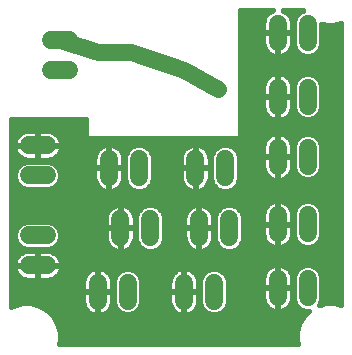
<source format=gbl>
G75*
%MOIN*%
%OFA0B0*%
%FSLAX24Y24*%
%IPPOS*%
%LPD*%
%AMOC8*
5,1,8,0,0,1.08239X$1,22.5*
%
%ADD10C,0.0600*%
%ADD11C,0.0160*%
%ADD12R,0.0396X0.0396*%
%ADD13C,0.0560*%
D10*
X001175Y003475D02*
X001775Y003475D01*
X001775Y004475D02*
X001175Y004475D01*
X001175Y006475D02*
X001775Y006475D01*
X001775Y007475D02*
X001175Y007475D01*
X001925Y009975D02*
X002525Y009975D01*
X002525Y010975D02*
X001925Y010975D01*
X003850Y007025D02*
X003850Y006425D01*
X004850Y006425D02*
X004850Y007025D01*
X006725Y007025D02*
X006725Y006425D01*
X007725Y006425D02*
X007725Y007025D01*
X009475Y006800D02*
X009475Y007400D01*
X010475Y007400D02*
X010475Y006800D01*
X010475Y005150D02*
X010475Y004550D01*
X009475Y004550D02*
X009475Y005150D01*
X007850Y005025D02*
X007850Y004425D01*
X006850Y004425D02*
X006850Y005025D01*
X005225Y005025D02*
X005225Y004425D01*
X004225Y004425D02*
X004225Y005025D01*
X004475Y002900D02*
X004475Y002300D01*
X003475Y002300D02*
X003475Y002900D01*
X006350Y002900D02*
X006350Y002300D01*
X007350Y002300D02*
X007350Y002900D01*
X009475Y003025D02*
X009475Y002425D01*
X010475Y002425D02*
X010475Y003025D01*
X010475Y008800D02*
X010475Y009400D01*
X009475Y009400D02*
X009475Y008800D01*
X009475Y010925D02*
X009475Y011525D01*
X010475Y011525D02*
X010475Y010925D01*
D11*
X001778Y001984D02*
X001527Y002130D01*
X001245Y002205D01*
X000955Y002205D01*
X000673Y002130D01*
X000580Y002076D01*
X000580Y007150D01*
X000600Y008350D01*
X003100Y008350D01*
X003100Y007725D01*
X008225Y007725D01*
X008225Y011975D01*
X009307Y011975D01*
X009291Y011970D01*
X009223Y011936D01*
X009162Y011891D01*
X009109Y011838D01*
X009064Y011777D01*
X009030Y011709D01*
X009007Y011637D01*
X008995Y011563D01*
X008995Y011245D01*
X009455Y011245D01*
X009455Y011205D01*
X008995Y011205D01*
X008995Y010887D01*
X009007Y010813D01*
X009030Y010741D01*
X009064Y010673D01*
X009109Y010612D01*
X009162Y010559D01*
X009223Y010514D01*
X009291Y010480D01*
X009363Y010457D01*
X009437Y010445D01*
X009455Y010445D01*
X009455Y011205D01*
X009495Y011205D01*
X009495Y011245D01*
X009955Y011245D01*
X009955Y011563D01*
X009943Y011637D01*
X009920Y011709D01*
X009886Y011777D01*
X009841Y011838D01*
X009788Y011891D01*
X009727Y011936D01*
X009659Y011970D01*
X009643Y011975D01*
X010310Y011975D01*
X010319Y011958D01*
X010214Y011915D01*
X010085Y011786D01*
X010015Y011616D01*
X010015Y010833D01*
X010085Y010664D01*
X010214Y010535D01*
X010383Y010465D01*
X010566Y010465D01*
X010736Y010535D01*
X010865Y010664D01*
X010935Y010833D01*
X010935Y011534D01*
X011080Y011495D01*
X011370Y011495D01*
X011600Y011557D01*
X011600Y002143D01*
X011370Y002205D01*
X011080Y002205D01*
X010842Y002141D01*
X010865Y002164D01*
X010935Y002333D01*
X010935Y003116D01*
X010865Y003286D01*
X010736Y003415D01*
X010566Y003485D01*
X010383Y003485D01*
X010214Y003415D01*
X010085Y003286D01*
X010015Y003116D01*
X010015Y002333D01*
X010085Y002164D01*
X010214Y002035D01*
X010383Y001965D01*
X010527Y001965D01*
X010341Y001778D01*
X010195Y001527D01*
X010120Y001245D01*
X010120Y000955D01*
X010148Y000850D01*
X002177Y000850D01*
X002205Y000955D01*
X002205Y001245D01*
X002130Y001527D01*
X001984Y001778D01*
X001778Y001984D01*
X001748Y002002D02*
X003098Y002002D01*
X003109Y001987D02*
X003162Y001934D01*
X003223Y001889D01*
X003291Y001855D01*
X003363Y001832D01*
X003437Y001820D01*
X003455Y001820D01*
X003455Y002580D01*
X002995Y002580D01*
X002995Y002262D01*
X003007Y002188D01*
X003030Y002116D01*
X003064Y002048D01*
X003109Y001987D01*
X003016Y002161D02*
X001412Y002161D01*
X001919Y001844D02*
X003327Y001844D01*
X003455Y001844D02*
X003495Y001844D01*
X003495Y001820D02*
X003513Y001820D01*
X003587Y001832D01*
X003659Y001855D01*
X003727Y001889D01*
X003788Y001934D01*
X003841Y001987D01*
X003886Y002048D01*
X003920Y002116D01*
X003943Y002188D01*
X003955Y002262D01*
X003955Y002580D01*
X003495Y002580D01*
X003495Y002620D01*
X003455Y002620D01*
X003455Y003380D01*
X003437Y003380D01*
X003363Y003368D01*
X003291Y003345D01*
X003223Y003311D01*
X003162Y003266D01*
X003109Y003213D01*
X003064Y003152D01*
X003030Y003084D01*
X003007Y003012D01*
X002995Y002938D01*
X002995Y002620D01*
X003455Y002620D01*
X003455Y002580D01*
X003495Y002580D01*
X003495Y001820D01*
X003623Y001844D02*
X004375Y001844D01*
X004383Y001840D02*
X004566Y001840D01*
X004736Y001910D01*
X004865Y002039D01*
X004935Y002208D01*
X004935Y002991D01*
X004865Y003161D01*
X004736Y003290D01*
X004566Y003360D01*
X004383Y003360D01*
X004214Y003290D01*
X004085Y003161D01*
X004015Y002991D01*
X004015Y002208D01*
X004085Y002039D01*
X004214Y001910D01*
X004383Y001840D01*
X004575Y001844D02*
X006202Y001844D01*
X006238Y001832D02*
X006312Y001820D01*
X006330Y001820D01*
X006330Y002580D01*
X005870Y002580D01*
X005870Y002262D01*
X005882Y002188D01*
X005905Y002116D01*
X005939Y002048D01*
X005984Y001987D01*
X006037Y001934D01*
X006098Y001889D01*
X006166Y001855D01*
X006238Y001832D01*
X006330Y001844D02*
X006370Y001844D01*
X006370Y001820D02*
X006388Y001820D01*
X006462Y001832D01*
X006534Y001855D01*
X006602Y001889D01*
X006663Y001934D01*
X006716Y001987D01*
X006761Y002048D01*
X006795Y002116D01*
X006818Y002188D01*
X006830Y002262D01*
X006830Y002580D01*
X006370Y002580D01*
X006370Y002620D01*
X006330Y002620D01*
X006330Y003380D01*
X006312Y003380D01*
X006238Y003368D01*
X006166Y003345D01*
X006098Y003311D01*
X006037Y003266D01*
X005984Y003213D01*
X005939Y003152D01*
X005905Y003084D01*
X005882Y003012D01*
X005870Y002938D01*
X005870Y002620D01*
X006330Y002620D01*
X006330Y002580D01*
X006370Y002580D01*
X006370Y001820D01*
X006498Y001844D02*
X007250Y001844D01*
X007258Y001840D02*
X007441Y001840D01*
X007611Y001910D01*
X007740Y002039D01*
X007810Y002208D01*
X007810Y002991D01*
X007740Y003161D01*
X007611Y003290D01*
X007441Y003360D01*
X007258Y003360D01*
X007089Y003290D01*
X006960Y003161D01*
X006890Y002991D01*
X006890Y002208D01*
X006960Y002039D01*
X007089Y001910D01*
X007258Y001840D01*
X007450Y001844D02*
X010406Y001844D01*
X010294Y002002D02*
X009702Y002002D01*
X009727Y002014D02*
X009788Y002059D01*
X009841Y002112D01*
X009886Y002173D01*
X009920Y002241D01*
X009943Y002313D01*
X009955Y002387D01*
X009955Y002705D01*
X009495Y002705D01*
X009495Y002745D01*
X009455Y002745D01*
X009455Y003505D01*
X009437Y003505D01*
X009363Y003493D01*
X009291Y003470D01*
X009223Y003436D01*
X009162Y003391D01*
X009109Y003338D01*
X009064Y003277D01*
X009030Y003209D01*
X009007Y003137D01*
X008995Y003063D01*
X008995Y002745D01*
X009455Y002745D01*
X009455Y002705D01*
X008995Y002705D01*
X008995Y002387D01*
X009007Y002313D01*
X009030Y002241D01*
X009064Y002173D01*
X009109Y002112D01*
X009162Y002059D01*
X009223Y002014D01*
X009291Y001980D01*
X009363Y001957D01*
X009437Y001945D01*
X009455Y001945D01*
X009455Y002705D01*
X009495Y002705D01*
X009495Y001945D01*
X009513Y001945D01*
X009587Y001957D01*
X009659Y001980D01*
X009727Y002014D01*
X009495Y002002D02*
X009455Y002002D01*
X009455Y002161D02*
X009495Y002161D01*
X009495Y002319D02*
X009455Y002319D01*
X009455Y002478D02*
X009495Y002478D01*
X009495Y002636D02*
X009455Y002636D01*
X009495Y002745D02*
X009955Y002745D01*
X009955Y003063D01*
X009943Y003137D01*
X009920Y003209D01*
X009886Y003277D01*
X009841Y003338D01*
X009788Y003391D01*
X009727Y003436D01*
X009659Y003470D01*
X009587Y003493D01*
X009513Y003505D01*
X009495Y003505D01*
X009495Y002745D01*
X009495Y002795D02*
X009455Y002795D01*
X009455Y002953D02*
X009495Y002953D01*
X009495Y003112D02*
X009455Y003112D01*
X009455Y003270D02*
X009495Y003270D01*
X009495Y003429D02*
X009455Y003429D01*
X009214Y003429D02*
X002254Y003429D01*
X002255Y003437D02*
X002243Y003363D01*
X002220Y003291D01*
X002186Y003223D01*
X002141Y003162D01*
X002088Y003109D01*
X002027Y003064D01*
X001959Y003030D01*
X001887Y003007D01*
X001813Y002995D01*
X001495Y002995D01*
X001495Y003455D01*
X001495Y003495D01*
X001455Y003495D01*
X001455Y003955D01*
X001137Y003955D01*
X001063Y003943D01*
X000991Y003920D01*
X000923Y003886D01*
X000862Y003841D01*
X000809Y003788D01*
X000764Y003727D01*
X000730Y003659D01*
X000707Y003587D01*
X000580Y003587D01*
X000707Y003587D02*
X000695Y003513D01*
X000695Y003495D01*
X001455Y003495D01*
X001455Y003455D01*
X001495Y003455D01*
X002255Y003455D01*
X002255Y003437D01*
X002255Y003495D02*
X002255Y003513D01*
X002243Y003587D01*
X011600Y003587D01*
X011600Y003429D02*
X010703Y003429D01*
X010871Y003270D02*
X011600Y003270D01*
X011600Y003112D02*
X010935Y003112D01*
X010935Y002953D02*
X011600Y002953D01*
X011600Y002795D02*
X010935Y002795D01*
X010935Y002636D02*
X011600Y002636D01*
X011600Y002478D02*
X010935Y002478D01*
X010929Y002319D02*
X011600Y002319D01*
X011600Y002161D02*
X011537Y002161D01*
X010913Y002161D02*
X010861Y002161D01*
X010287Y001685D02*
X002038Y001685D01*
X002130Y001527D02*
X010195Y001527D01*
X010153Y001368D02*
X002172Y001368D01*
X002205Y001210D02*
X010120Y001210D01*
X010120Y001051D02*
X002205Y001051D01*
X002188Y000893D02*
X010137Y000893D01*
X009248Y002002D02*
X007703Y002002D01*
X007790Y002161D02*
X009074Y002161D01*
X009006Y002319D02*
X007810Y002319D01*
X007810Y002478D02*
X008995Y002478D01*
X008995Y002636D02*
X007810Y002636D01*
X007810Y002795D02*
X008995Y002795D01*
X008995Y002953D02*
X007810Y002953D01*
X007760Y003112D02*
X009003Y003112D01*
X009061Y003270D02*
X007631Y003270D01*
X007069Y003270D02*
X006657Y003270D01*
X006663Y003266D02*
X006602Y003311D01*
X006534Y003345D01*
X006462Y003368D01*
X006388Y003380D01*
X006370Y003380D01*
X006370Y002620D01*
X006830Y002620D01*
X006830Y002938D01*
X006818Y003012D01*
X006795Y003084D01*
X006761Y003152D01*
X006716Y003213D01*
X006663Y003266D01*
X006781Y003112D02*
X006940Y003112D01*
X006890Y002953D02*
X006828Y002953D01*
X006830Y002795D02*
X006890Y002795D01*
X006890Y002636D02*
X006830Y002636D01*
X006830Y002478D02*
X006890Y002478D01*
X006890Y002319D02*
X006830Y002319D01*
X006809Y002161D02*
X006910Y002161D01*
X006997Y002002D02*
X006727Y002002D01*
X006370Y002002D02*
X006330Y002002D01*
X006330Y002161D02*
X006370Y002161D01*
X006370Y002319D02*
X006330Y002319D01*
X006330Y002478D02*
X006370Y002478D01*
X006370Y002636D02*
X006330Y002636D01*
X006330Y002795D02*
X006370Y002795D01*
X006370Y002953D02*
X006330Y002953D01*
X006330Y003112D02*
X006370Y003112D01*
X006370Y003270D02*
X006330Y003270D01*
X006043Y003270D02*
X004756Y003270D01*
X004885Y003112D02*
X005919Y003112D01*
X005872Y002953D02*
X004935Y002953D01*
X004935Y002795D02*
X005870Y002795D01*
X005870Y002636D02*
X004935Y002636D01*
X004935Y002478D02*
X005870Y002478D01*
X005870Y002319D02*
X004935Y002319D01*
X004915Y002161D02*
X005891Y002161D01*
X005973Y002002D02*
X004828Y002002D01*
X004122Y002002D02*
X003852Y002002D01*
X003934Y002161D02*
X004035Y002161D01*
X004015Y002319D02*
X003955Y002319D01*
X003955Y002478D02*
X004015Y002478D01*
X003955Y002620D02*
X003955Y002938D01*
X003943Y003012D01*
X003920Y003084D01*
X003886Y003152D01*
X003841Y003213D01*
X003788Y003266D01*
X003727Y003311D01*
X003659Y003345D01*
X003587Y003368D01*
X003513Y003380D01*
X003495Y003380D01*
X003495Y002620D01*
X003955Y002620D01*
X003955Y002636D02*
X004015Y002636D01*
X004015Y002795D02*
X003955Y002795D01*
X003953Y002953D02*
X004015Y002953D01*
X004065Y003112D02*
X003906Y003112D01*
X003782Y003270D02*
X004194Y003270D01*
X004187Y003945D02*
X004113Y003957D01*
X004041Y003980D01*
X003973Y004014D01*
X003912Y004059D01*
X003859Y004112D01*
X003814Y004173D01*
X003780Y004241D01*
X003757Y004313D01*
X003745Y004387D01*
X003745Y004705D01*
X004205Y004705D01*
X004205Y004745D01*
X004205Y005505D01*
X004187Y005505D01*
X004113Y005493D01*
X004041Y005470D01*
X003973Y005436D01*
X003912Y005391D01*
X003859Y005338D01*
X003814Y005277D01*
X003780Y005209D01*
X003757Y005137D01*
X003745Y005063D01*
X003745Y004745D01*
X004205Y004745D01*
X004245Y004745D01*
X004245Y005505D01*
X004263Y005505D01*
X004337Y005493D01*
X004409Y005470D01*
X004477Y005436D01*
X004538Y005391D01*
X004591Y005338D01*
X004636Y005277D01*
X004670Y005209D01*
X004693Y005137D01*
X004705Y005063D01*
X004705Y004745D01*
X004245Y004745D01*
X004245Y004705D01*
X004705Y004705D01*
X004705Y004387D01*
X004693Y004313D01*
X004670Y004241D01*
X004636Y004173D01*
X004591Y004112D01*
X004538Y004059D01*
X004477Y004014D01*
X004409Y003980D01*
X004337Y003957D01*
X004263Y003945D01*
X004245Y003945D01*
X004245Y004705D01*
X004205Y004705D01*
X004205Y003945D01*
X004187Y003945D01*
X004205Y004063D02*
X004245Y004063D01*
X004245Y004221D02*
X004205Y004221D01*
X004205Y004380D02*
X004245Y004380D01*
X004245Y004538D02*
X004205Y004538D01*
X004205Y004697D02*
X004245Y004697D01*
X004245Y004855D02*
X004205Y004855D01*
X004205Y005014D02*
X004245Y005014D01*
X004245Y005172D02*
X004205Y005172D01*
X004205Y005331D02*
X004245Y005331D01*
X004245Y005489D02*
X004205Y005489D01*
X004100Y005489D02*
X000580Y005489D01*
X000580Y005648D02*
X011600Y005648D01*
X011600Y005806D02*
X000580Y005806D01*
X000580Y005965D02*
X003714Y005965D01*
X003738Y005957D02*
X003812Y005945D01*
X003830Y005945D01*
X003830Y006705D01*
X003370Y006705D01*
X003370Y006387D01*
X003382Y006313D01*
X003405Y006241D01*
X003439Y006173D01*
X003484Y006112D01*
X003537Y006059D01*
X003598Y006014D01*
X003666Y005980D01*
X003738Y005957D01*
X003830Y005965D02*
X003870Y005965D01*
X003870Y005945D02*
X003888Y005945D01*
X003962Y005957D01*
X004034Y005980D01*
X004102Y006014D01*
X004163Y006059D01*
X004216Y006112D01*
X004261Y006173D01*
X004295Y006241D01*
X004318Y006313D01*
X004330Y006387D01*
X004330Y006705D01*
X003870Y006705D01*
X003870Y006745D01*
X003830Y006745D01*
X003830Y007505D01*
X003812Y007505D01*
X003738Y007493D01*
X003666Y007470D01*
X003598Y007436D01*
X003537Y007391D01*
X002248Y007391D01*
X002243Y007363D02*
X002255Y007437D01*
X002255Y007455D01*
X001495Y007455D01*
X001495Y007495D01*
X001455Y007495D01*
X001455Y007955D01*
X001137Y007955D01*
X001063Y007943D01*
X000991Y007920D01*
X000923Y007886D01*
X000862Y007841D01*
X000809Y007788D01*
X000764Y007727D01*
X000730Y007659D01*
X000707Y007587D01*
X000695Y007513D01*
X000695Y007495D01*
X001455Y007495D01*
X001455Y007455D01*
X001495Y007455D01*
X001495Y006995D01*
X001813Y006995D01*
X001887Y007007D01*
X001959Y007030D01*
X002027Y007064D01*
X002088Y007109D01*
X002141Y007162D01*
X002186Y007223D01*
X002220Y007291D01*
X002243Y007363D01*
X002255Y007495D02*
X002255Y007513D01*
X002243Y007587D01*
X002220Y007659D01*
X002186Y007727D01*
X002141Y007788D01*
X002088Y007841D01*
X002027Y007886D01*
X001959Y007920D01*
X001887Y007943D01*
X001813Y007955D01*
X001495Y007955D01*
X001495Y007495D01*
X002255Y007495D01*
X002249Y007550D02*
X009019Y007550D01*
X009030Y007584D02*
X009007Y007512D01*
X008995Y007438D01*
X008995Y007120D01*
X009455Y007120D01*
X009455Y007880D01*
X009437Y007880D01*
X009363Y007868D01*
X009291Y007845D01*
X009223Y007811D01*
X009162Y007766D01*
X009109Y007713D01*
X009064Y007652D01*
X009030Y007584D01*
X009105Y007708D02*
X002195Y007708D01*
X002053Y007867D02*
X003100Y007867D01*
X003100Y008025D02*
X000595Y008025D01*
X000592Y007867D02*
X000897Y007867D01*
X000755Y007708D02*
X000589Y007708D01*
X000587Y007550D02*
X000701Y007550D01*
X000695Y007455D02*
X000695Y007437D01*
X000707Y007363D01*
X000730Y007291D01*
X000764Y007223D01*
X000809Y007162D01*
X000862Y007109D01*
X000923Y007064D01*
X000991Y007030D01*
X001063Y007007D01*
X001137Y006995D01*
X001455Y006995D01*
X001455Y007455D01*
X000695Y007455D01*
X000702Y007391D02*
X000584Y007391D01*
X000581Y007233D02*
X000760Y007233D01*
X000910Y007074D02*
X000580Y007074D01*
X000580Y006916D02*
X001036Y006916D01*
X001083Y006935D02*
X000914Y006865D01*
X000785Y006736D01*
X000715Y006566D01*
X000715Y006383D01*
X000785Y006214D01*
X000914Y006085D01*
X001083Y006015D01*
X001866Y006015D01*
X002036Y006085D01*
X002165Y006214D01*
X002235Y006383D01*
X002235Y006566D01*
X002165Y006736D01*
X002036Y006865D01*
X001866Y006935D01*
X001083Y006935D01*
X000806Y006757D02*
X000580Y006757D01*
X000580Y006599D02*
X000728Y006599D01*
X000715Y006440D02*
X000580Y006440D01*
X000580Y006282D02*
X000757Y006282D01*
X000876Y006123D02*
X000580Y006123D01*
X000580Y005331D02*
X003854Y005331D01*
X003768Y005172D02*
X000580Y005172D01*
X000580Y005014D02*
X003745Y005014D01*
X003745Y004855D02*
X002046Y004855D01*
X002036Y004865D02*
X001866Y004935D01*
X001083Y004935D01*
X000914Y004865D01*
X000785Y004736D01*
X000715Y004566D01*
X000715Y004383D01*
X000785Y004214D01*
X000914Y004085D01*
X001083Y004015D01*
X001866Y004015D01*
X002036Y004085D01*
X002165Y004214D01*
X002235Y004383D01*
X002235Y004566D01*
X002165Y004736D01*
X002036Y004865D01*
X002181Y004697D02*
X003745Y004697D01*
X003745Y004538D02*
X002235Y004538D01*
X002233Y004380D02*
X003746Y004380D01*
X003790Y004221D02*
X002168Y004221D01*
X001981Y004063D02*
X003909Y004063D01*
X004541Y004063D02*
X004937Y004063D01*
X004964Y004035D02*
X005133Y003965D01*
X005316Y003965D01*
X005486Y004035D01*
X005615Y004164D01*
X005685Y004333D01*
X005685Y005116D01*
X005615Y005286D01*
X005486Y005415D01*
X005316Y005485D01*
X005133Y005485D01*
X004964Y005415D01*
X004835Y005286D01*
X004765Y005116D01*
X004765Y004333D01*
X004835Y004164D01*
X004964Y004035D01*
X004812Y004221D02*
X004660Y004221D01*
X004704Y004380D02*
X004765Y004380D01*
X004765Y004538D02*
X004705Y004538D01*
X004705Y004697D02*
X004765Y004697D01*
X004765Y004855D02*
X004705Y004855D01*
X004705Y005014D02*
X004765Y005014D01*
X004788Y005172D02*
X004682Y005172D01*
X004596Y005331D02*
X004880Y005331D01*
X004350Y005489D02*
X006725Y005489D01*
X006738Y005493D02*
X006666Y005470D01*
X006598Y005436D01*
X006537Y005391D01*
X006484Y005338D01*
X006439Y005277D01*
X006405Y005209D01*
X006382Y005137D01*
X006370Y005063D01*
X006370Y004745D01*
X006830Y004745D01*
X006830Y005505D01*
X006812Y005505D01*
X006738Y005493D01*
X006830Y005489D02*
X006870Y005489D01*
X006870Y005505D02*
X006870Y004745D01*
X006830Y004745D01*
X006830Y004705D01*
X006370Y004705D01*
X006370Y004387D01*
X006382Y004313D01*
X006405Y004241D01*
X006439Y004173D01*
X006484Y004112D01*
X006537Y004059D01*
X006598Y004014D01*
X006666Y003980D01*
X006738Y003957D01*
X006812Y003945D01*
X006830Y003945D01*
X006830Y004705D01*
X006870Y004705D01*
X006870Y004745D01*
X007330Y004745D01*
X007330Y005063D01*
X007318Y005137D01*
X007295Y005209D01*
X007261Y005277D01*
X007216Y005338D01*
X007163Y005391D01*
X007102Y005436D01*
X007034Y005470D01*
X006962Y005493D01*
X006888Y005505D01*
X006870Y005505D01*
X006975Y005489D02*
X009135Y005489D01*
X009109Y005463D02*
X009162Y005516D01*
X009223Y005561D01*
X009291Y005595D01*
X009363Y005618D01*
X009437Y005630D01*
X009455Y005630D01*
X009455Y004870D01*
X009495Y004870D01*
X009495Y005630D01*
X009513Y005630D01*
X009587Y005618D01*
X009659Y005595D01*
X009727Y005561D01*
X009788Y005516D01*
X009841Y005463D01*
X009886Y005402D01*
X009920Y005334D01*
X009943Y005262D01*
X009955Y005188D01*
X009955Y004870D01*
X009495Y004870D01*
X009495Y004830D01*
X009955Y004830D01*
X009955Y004512D01*
X009943Y004438D01*
X009920Y004366D01*
X009886Y004298D01*
X009841Y004237D01*
X009788Y004184D01*
X009727Y004139D01*
X009659Y004105D01*
X009587Y004082D01*
X009513Y004070D01*
X009495Y004070D01*
X009495Y004830D01*
X009455Y004830D01*
X008995Y004830D01*
X008995Y004512D01*
X009007Y004438D01*
X009030Y004366D01*
X009064Y004298D01*
X009109Y004237D01*
X009162Y004184D01*
X009223Y004139D01*
X009291Y004105D01*
X009363Y004082D01*
X009437Y004070D01*
X009455Y004070D01*
X009455Y004830D01*
X009455Y004870D01*
X008995Y004870D01*
X008995Y005188D01*
X009007Y005262D01*
X009030Y005334D01*
X009064Y005402D01*
X009109Y005463D01*
X009029Y005331D02*
X008195Y005331D01*
X008240Y005286D02*
X008111Y005415D01*
X007941Y005485D01*
X007758Y005485D01*
X007589Y005415D01*
X007460Y005286D01*
X007390Y005116D01*
X007390Y004333D01*
X007460Y004164D01*
X007589Y004035D01*
X007758Y003965D01*
X007941Y003965D01*
X008111Y004035D01*
X008240Y004164D01*
X008310Y004333D01*
X008310Y005116D01*
X008240Y005286D01*
X008287Y005172D02*
X008995Y005172D01*
X008995Y005014D02*
X008310Y005014D01*
X008310Y004855D02*
X009455Y004855D01*
X009495Y004855D02*
X010015Y004855D01*
X010015Y004697D02*
X009955Y004697D01*
X009955Y004538D02*
X010015Y004538D01*
X010015Y004458D02*
X010085Y004289D01*
X010214Y004160D01*
X010383Y004090D01*
X010566Y004090D01*
X010736Y004160D01*
X010865Y004289D01*
X010935Y004458D01*
X010935Y005241D01*
X010865Y005411D01*
X010736Y005540D01*
X010566Y005610D01*
X010383Y005610D01*
X010214Y005540D01*
X010085Y005411D01*
X010015Y005241D01*
X010015Y004458D01*
X010048Y004380D02*
X009924Y004380D01*
X009825Y004221D02*
X010153Y004221D01*
X010797Y004221D02*
X011600Y004221D01*
X011600Y004063D02*
X008138Y004063D01*
X008263Y004221D02*
X009125Y004221D01*
X009026Y004380D02*
X008310Y004380D01*
X008310Y004538D02*
X008995Y004538D01*
X008995Y004697D02*
X008310Y004697D01*
X007562Y004063D02*
X007166Y004063D01*
X007163Y004059D02*
X007216Y004112D01*
X007261Y004173D01*
X007295Y004241D01*
X007318Y004313D01*
X007330Y004387D01*
X007330Y004705D01*
X006870Y004705D01*
X006870Y003945D01*
X006888Y003945D01*
X006962Y003957D01*
X007034Y003980D01*
X007102Y004014D01*
X007163Y004059D01*
X007285Y004221D02*
X007437Y004221D01*
X007390Y004380D02*
X007329Y004380D01*
X007330Y004538D02*
X007390Y004538D01*
X007390Y004697D02*
X007330Y004697D01*
X007330Y004855D02*
X007390Y004855D01*
X007390Y005014D02*
X007330Y005014D01*
X007307Y005172D02*
X007413Y005172D01*
X007505Y005331D02*
X007221Y005331D01*
X006870Y005331D02*
X006830Y005331D01*
X006830Y005172D02*
X006870Y005172D01*
X006870Y005014D02*
X006830Y005014D01*
X006830Y004855D02*
X006870Y004855D01*
X006870Y004697D02*
X006830Y004697D01*
X006830Y004538D02*
X006870Y004538D01*
X006870Y004380D02*
X006830Y004380D01*
X006830Y004221D02*
X006870Y004221D01*
X006870Y004063D02*
X006830Y004063D01*
X006534Y004063D02*
X005513Y004063D01*
X005638Y004221D02*
X006415Y004221D01*
X006371Y004380D02*
X005685Y004380D01*
X005685Y004538D02*
X006370Y004538D01*
X006370Y004697D02*
X005685Y004697D01*
X005685Y004855D02*
X006370Y004855D01*
X006370Y005014D02*
X005685Y005014D01*
X005662Y005172D02*
X006393Y005172D01*
X006479Y005331D02*
X005570Y005331D01*
X005111Y006035D02*
X004941Y005965D01*
X004758Y005965D01*
X004589Y006035D01*
X004460Y006164D01*
X004390Y006333D01*
X004390Y007116D01*
X004460Y007286D01*
X004589Y007415D01*
X004758Y007485D01*
X004941Y007485D01*
X005111Y007415D01*
X005240Y007286D01*
X005310Y007116D01*
X005310Y006333D01*
X005240Y006164D01*
X005111Y006035D01*
X005199Y006123D02*
X006351Y006123D01*
X006359Y006112D02*
X006412Y006059D01*
X006473Y006014D01*
X006541Y005980D01*
X006613Y005957D01*
X006687Y005945D01*
X006705Y005945D01*
X006705Y006705D01*
X006245Y006705D01*
X006245Y006387D01*
X006257Y006313D01*
X006280Y006241D01*
X006314Y006173D01*
X006359Y006112D01*
X006267Y006282D02*
X005288Y006282D01*
X005310Y006440D02*
X006245Y006440D01*
X006245Y006599D02*
X005310Y006599D01*
X005310Y006757D02*
X006245Y006757D01*
X006245Y006745D02*
X006705Y006745D01*
X006705Y007505D01*
X006687Y007505D01*
X006613Y007493D01*
X006541Y007470D01*
X006473Y007436D01*
X006412Y007391D01*
X005135Y007391D01*
X005262Y007233D02*
X006292Y007233D01*
X006280Y007209D02*
X006314Y007277D01*
X006359Y007338D01*
X006412Y007391D01*
X006280Y007209D02*
X006257Y007137D01*
X006245Y007063D01*
X006245Y006745D01*
X006245Y006916D02*
X005310Y006916D01*
X005310Y007074D02*
X006247Y007074D01*
X006705Y007074D02*
X006745Y007074D01*
X006745Y006916D02*
X006705Y006916D01*
X006705Y006757D02*
X006745Y006757D01*
X006745Y006745D02*
X006705Y006745D01*
X006705Y006705D01*
X006745Y006705D01*
X006745Y006745D01*
X006745Y007505D01*
X006763Y007505D01*
X006837Y007493D01*
X006909Y007470D01*
X006977Y007436D01*
X007038Y007391D01*
X007440Y007391D01*
X007464Y007415D02*
X007335Y007286D01*
X007265Y007116D01*
X007265Y006333D01*
X007335Y006164D01*
X007464Y006035D01*
X007633Y005965D01*
X007816Y005965D01*
X007986Y006035D01*
X008115Y006164D01*
X008185Y006333D01*
X008185Y007116D01*
X008115Y007286D01*
X007986Y007415D01*
X007816Y007485D01*
X007633Y007485D01*
X007464Y007415D01*
X007313Y007233D02*
X007158Y007233D01*
X007170Y007209D02*
X007136Y007277D01*
X007091Y007338D01*
X007038Y007391D01*
X007170Y007209D02*
X007193Y007137D01*
X007205Y007063D01*
X007205Y006745D01*
X006745Y006745D01*
X006745Y006705D02*
X007205Y006705D01*
X007205Y006387D01*
X007193Y006313D01*
X007170Y006241D01*
X007136Y006173D01*
X007091Y006112D01*
X007038Y006059D01*
X006977Y006014D01*
X006909Y005980D01*
X006837Y005957D01*
X006763Y005945D01*
X006745Y005945D01*
X006745Y006705D01*
X006745Y006599D02*
X006705Y006599D01*
X006705Y006440D02*
X006745Y006440D01*
X006745Y006282D02*
X006705Y006282D01*
X006705Y006123D02*
X006745Y006123D01*
X006745Y005965D02*
X006705Y005965D01*
X006589Y005965D02*
X003986Y005965D01*
X003870Y005945D02*
X003870Y006705D01*
X003830Y006705D01*
X003830Y006745D01*
X003370Y006745D01*
X003370Y007063D01*
X003382Y007137D01*
X003405Y007209D01*
X003439Y007277D01*
X003484Y007338D01*
X003537Y007391D01*
X003417Y007233D02*
X002190Y007233D01*
X002040Y007074D02*
X003372Y007074D01*
X003370Y006916D02*
X001914Y006916D01*
X002144Y006757D02*
X003370Y006757D01*
X003370Y006599D02*
X002222Y006599D01*
X002235Y006440D02*
X003370Y006440D01*
X003392Y006282D02*
X002193Y006282D01*
X002074Y006123D02*
X003476Y006123D01*
X003830Y006123D02*
X003870Y006123D01*
X003870Y006282D02*
X003830Y006282D01*
X003830Y006440D02*
X003870Y006440D01*
X003870Y006599D02*
X003830Y006599D01*
X003870Y006745D02*
X004330Y006745D01*
X004330Y007063D01*
X004318Y007137D01*
X004295Y007209D01*
X004261Y007277D01*
X004216Y007338D01*
X004163Y007391D01*
X004565Y007391D01*
X004438Y007233D02*
X004283Y007233D01*
X004328Y007074D02*
X004390Y007074D01*
X004390Y006916D02*
X004330Y006916D01*
X004330Y006757D02*
X004390Y006757D01*
X004390Y006599D02*
X004330Y006599D01*
X004330Y006440D02*
X004390Y006440D01*
X004412Y006282D02*
X004308Y006282D01*
X004224Y006123D02*
X004501Y006123D01*
X003870Y006745D02*
X003870Y007505D01*
X003888Y007505D01*
X003962Y007493D01*
X004034Y007470D01*
X004102Y007436D01*
X004163Y007391D01*
X003870Y007391D02*
X003830Y007391D01*
X003830Y007233D02*
X003870Y007233D01*
X003870Y007074D02*
X003830Y007074D01*
X003830Y006916D02*
X003870Y006916D01*
X003870Y006757D02*
X003830Y006757D01*
X003100Y008184D02*
X000597Y008184D01*
X000600Y008342D02*
X003100Y008342D01*
X001495Y007867D02*
X001455Y007867D01*
X001455Y007708D02*
X001495Y007708D01*
X001495Y007550D02*
X001455Y007550D01*
X001455Y007391D02*
X001495Y007391D01*
X001495Y007233D02*
X001455Y007233D01*
X001455Y007074D02*
X001495Y007074D01*
X000904Y004855D02*
X000580Y004855D01*
X000580Y004697D02*
X000769Y004697D01*
X000715Y004538D02*
X000580Y004538D01*
X000580Y004380D02*
X000717Y004380D01*
X000782Y004221D02*
X000580Y004221D01*
X000580Y004063D02*
X000969Y004063D01*
X000960Y003904D02*
X000580Y003904D01*
X000580Y003746D02*
X000778Y003746D01*
X000695Y003455D02*
X000695Y003437D01*
X000707Y003363D01*
X000730Y003291D01*
X000764Y003223D01*
X000809Y003162D01*
X000862Y003109D01*
X000923Y003064D01*
X000991Y003030D01*
X001063Y003007D01*
X001137Y002995D01*
X001455Y002995D01*
X001455Y003455D01*
X000695Y003455D01*
X000696Y003429D02*
X000580Y003429D01*
X000580Y003270D02*
X000741Y003270D01*
X000860Y003112D02*
X000580Y003112D01*
X000580Y002953D02*
X002997Y002953D01*
X002995Y002795D02*
X000580Y002795D01*
X000580Y002636D02*
X002995Y002636D01*
X002995Y002478D02*
X000580Y002478D01*
X000580Y002319D02*
X002995Y002319D01*
X003455Y002319D02*
X003495Y002319D01*
X003495Y002161D02*
X003455Y002161D01*
X003455Y002002D02*
X003495Y002002D01*
X003495Y002478D02*
X003455Y002478D01*
X003455Y002636D02*
X003495Y002636D01*
X003495Y002795D02*
X003455Y002795D01*
X003455Y002953D02*
X003495Y002953D01*
X003495Y003112D02*
X003455Y003112D01*
X003455Y003270D02*
X003495Y003270D01*
X003168Y003270D02*
X002209Y003270D01*
X002090Y003112D02*
X003044Y003112D01*
X002255Y003495D02*
X001495Y003495D01*
X001495Y003955D01*
X001813Y003955D01*
X001887Y003943D01*
X001959Y003920D01*
X002027Y003886D01*
X002088Y003841D01*
X002141Y003788D01*
X002186Y003727D01*
X002220Y003659D01*
X002243Y003587D01*
X002172Y003746D02*
X011600Y003746D01*
X011600Y003904D02*
X001990Y003904D01*
X001495Y003904D02*
X001455Y003904D01*
X001455Y003746D02*
X001495Y003746D01*
X001495Y003587D02*
X001455Y003587D01*
X001455Y003429D02*
X001495Y003429D01*
X001495Y003270D02*
X001455Y003270D01*
X001455Y003112D02*
X001495Y003112D01*
X000788Y002161D02*
X000580Y002161D01*
X006705Y007233D02*
X006745Y007233D01*
X006745Y007391D02*
X006705Y007391D01*
X007203Y007074D02*
X007265Y007074D01*
X007265Y006916D02*
X007205Y006916D01*
X007205Y006757D02*
X007265Y006757D01*
X007265Y006599D02*
X007205Y006599D01*
X007205Y006440D02*
X007265Y006440D01*
X007287Y006282D02*
X007183Y006282D01*
X007099Y006123D02*
X007376Y006123D01*
X006861Y005965D02*
X011600Y005965D01*
X011600Y006123D02*
X008074Y006123D01*
X008163Y006282D02*
X011600Y006282D01*
X011600Y006440D02*
X010766Y006440D01*
X010736Y006410D02*
X010865Y006539D01*
X010935Y006708D01*
X010935Y007491D01*
X010865Y007661D01*
X010736Y007790D01*
X010566Y007860D01*
X010383Y007860D01*
X010214Y007790D01*
X010085Y007661D01*
X010015Y007491D01*
X010015Y006708D01*
X010085Y006539D01*
X010214Y006410D01*
X010383Y006340D01*
X010566Y006340D01*
X010736Y006410D01*
X010889Y006599D02*
X011600Y006599D01*
X011600Y006757D02*
X010935Y006757D01*
X010935Y006916D02*
X011600Y006916D01*
X011600Y007074D02*
X010935Y007074D01*
X010935Y007233D02*
X011600Y007233D01*
X011600Y007391D02*
X010935Y007391D01*
X010911Y007550D02*
X011600Y007550D01*
X011600Y007708D02*
X010818Y007708D01*
X010566Y008340D02*
X010383Y008340D01*
X010214Y008410D01*
X010085Y008539D01*
X010015Y008708D01*
X010015Y009491D01*
X010085Y009661D01*
X010214Y009790D01*
X010383Y009860D01*
X010566Y009860D01*
X010736Y009790D01*
X010865Y009661D01*
X010935Y009491D01*
X010935Y008708D01*
X010865Y008539D01*
X010736Y008410D01*
X010566Y008340D01*
X010571Y008342D02*
X011600Y008342D01*
X011600Y008184D02*
X008225Y008184D01*
X008225Y008342D02*
X009331Y008342D01*
X009363Y008332D02*
X009437Y008320D01*
X009455Y008320D01*
X009455Y009080D01*
X008995Y009080D01*
X008995Y008762D01*
X009007Y008688D01*
X009030Y008616D01*
X009064Y008548D01*
X009109Y008487D01*
X009162Y008434D01*
X009223Y008389D01*
X009291Y008355D01*
X009363Y008332D01*
X009455Y008342D02*
X009495Y008342D01*
X009495Y008320D02*
X009513Y008320D01*
X009587Y008332D01*
X009659Y008355D01*
X009727Y008389D01*
X009788Y008434D01*
X009841Y008487D01*
X009886Y008548D01*
X009920Y008616D01*
X009943Y008688D01*
X009955Y008762D01*
X009955Y009080D01*
X009495Y009080D01*
X009495Y009120D01*
X009455Y009120D01*
X009455Y009880D01*
X009437Y009880D01*
X009363Y009868D01*
X009291Y009845D01*
X009223Y009811D01*
X009162Y009766D01*
X009109Y009713D01*
X009064Y009652D01*
X009030Y009584D01*
X009007Y009512D01*
X008995Y009438D01*
X008995Y009120D01*
X009455Y009120D01*
X009455Y009080D01*
X009495Y009080D01*
X009495Y008320D01*
X009619Y008342D02*
X010379Y008342D01*
X010124Y008501D02*
X009851Y008501D01*
X009934Y008659D02*
X010035Y008659D01*
X010015Y008818D02*
X009955Y008818D01*
X009955Y008976D02*
X010015Y008976D01*
X009955Y009120D02*
X009955Y009438D01*
X009943Y009512D01*
X009920Y009584D01*
X009886Y009652D01*
X009841Y009713D01*
X009788Y009766D01*
X009727Y009811D01*
X009659Y009845D01*
X009587Y009868D01*
X009513Y009880D01*
X009495Y009880D01*
X009495Y009120D01*
X009955Y009120D01*
X009955Y009135D02*
X010015Y009135D01*
X010015Y009293D02*
X009955Y009293D01*
X009953Y009452D02*
X010015Y009452D01*
X010064Y009610D02*
X009907Y009610D01*
X009784Y009769D02*
X010193Y009769D01*
X010757Y009769D02*
X011600Y009769D01*
X011600Y009927D02*
X008225Y009927D01*
X008225Y009769D02*
X009166Y009769D01*
X009043Y009610D02*
X008225Y009610D01*
X008225Y009452D02*
X008997Y009452D01*
X008995Y009293D02*
X008225Y009293D01*
X008225Y009135D02*
X008995Y009135D01*
X008995Y008976D02*
X008225Y008976D01*
X008225Y008818D02*
X008995Y008818D01*
X009016Y008659D02*
X008225Y008659D01*
X008225Y008501D02*
X009099Y008501D01*
X009455Y008501D02*
X009495Y008501D01*
X009495Y008659D02*
X009455Y008659D01*
X009455Y008818D02*
X009495Y008818D01*
X009495Y008976D02*
X009455Y008976D01*
X009455Y009135D02*
X009495Y009135D01*
X009495Y009293D02*
X009455Y009293D01*
X009455Y009452D02*
X009495Y009452D01*
X009495Y009610D02*
X009455Y009610D01*
X009455Y009769D02*
X009495Y009769D01*
X009495Y010445D02*
X009513Y010445D01*
X009587Y010457D01*
X009659Y010480D01*
X009727Y010514D01*
X009788Y010559D01*
X009841Y010612D01*
X009886Y010673D01*
X009920Y010741D01*
X009943Y010813D01*
X009955Y010887D01*
X009955Y011205D01*
X009495Y011205D01*
X009495Y010445D01*
X009495Y010561D02*
X009455Y010561D01*
X009455Y010720D02*
X009495Y010720D01*
X009495Y010878D02*
X009455Y010878D01*
X009455Y011037D02*
X009495Y011037D01*
X009495Y011195D02*
X009455Y011195D01*
X008995Y011195D02*
X008225Y011195D01*
X008225Y011037D02*
X008995Y011037D01*
X008996Y010878D02*
X008225Y010878D01*
X008225Y010720D02*
X009041Y010720D01*
X009160Y010561D02*
X008225Y010561D01*
X008225Y010403D02*
X011600Y010403D01*
X011600Y010244D02*
X008225Y010244D01*
X008225Y010086D02*
X011600Y010086D01*
X011600Y009610D02*
X010886Y009610D01*
X010935Y009452D02*
X011600Y009452D01*
X011600Y009293D02*
X010935Y009293D01*
X010935Y009135D02*
X011600Y009135D01*
X011600Y008976D02*
X010935Y008976D01*
X010935Y008818D02*
X011600Y008818D01*
X011600Y008659D02*
X010915Y008659D01*
X010826Y008501D02*
X011600Y008501D01*
X011600Y008025D02*
X008225Y008025D01*
X008225Y007867D02*
X009357Y007867D01*
X009455Y007867D02*
X009495Y007867D01*
X009495Y007880D02*
X009495Y007120D01*
X009455Y007120D01*
X009455Y007080D01*
X008995Y007080D01*
X008995Y006762D01*
X009007Y006688D01*
X009030Y006616D01*
X009064Y006548D01*
X009109Y006487D01*
X009162Y006434D01*
X009223Y006389D01*
X009291Y006355D01*
X009363Y006332D01*
X009437Y006320D01*
X009455Y006320D01*
X009455Y007080D01*
X009495Y007080D01*
X009495Y007120D01*
X009955Y007120D01*
X009955Y007438D01*
X009943Y007512D01*
X009920Y007584D01*
X009886Y007652D01*
X009841Y007713D01*
X009788Y007766D01*
X009727Y007811D01*
X009659Y007845D01*
X009587Y007868D01*
X009513Y007880D01*
X009495Y007880D01*
X009593Y007867D02*
X011600Y007867D01*
X010132Y007708D02*
X009845Y007708D01*
X009931Y007550D02*
X010039Y007550D01*
X010015Y007391D02*
X009955Y007391D01*
X009955Y007233D02*
X010015Y007233D01*
X010015Y007074D02*
X009955Y007074D01*
X009955Y007080D02*
X009495Y007080D01*
X009495Y006320D01*
X009513Y006320D01*
X009587Y006332D01*
X009659Y006355D01*
X009727Y006389D01*
X009788Y006434D01*
X009841Y006487D01*
X009886Y006548D01*
X009920Y006616D01*
X009943Y006688D01*
X009955Y006762D01*
X009955Y007080D01*
X009955Y006916D02*
X010015Y006916D01*
X010015Y006757D02*
X009954Y006757D01*
X009911Y006599D02*
X010061Y006599D01*
X010184Y006440D02*
X009794Y006440D01*
X009495Y006440D02*
X009455Y006440D01*
X009455Y006599D02*
X009495Y006599D01*
X009495Y006757D02*
X009455Y006757D01*
X009455Y006916D02*
X009495Y006916D01*
X009495Y007074D02*
X009455Y007074D01*
X009455Y007233D02*
X009495Y007233D01*
X009495Y007391D02*
X009455Y007391D01*
X009455Y007550D02*
X009495Y007550D01*
X009495Y007708D02*
X009455Y007708D01*
X008995Y007391D02*
X008010Y007391D01*
X008137Y007233D02*
X008995Y007233D01*
X008995Y007074D02*
X008185Y007074D01*
X008185Y006916D02*
X008995Y006916D01*
X008996Y006757D02*
X008185Y006757D01*
X008185Y006599D02*
X009039Y006599D01*
X009156Y006440D02*
X008185Y006440D01*
X009455Y005489D02*
X009495Y005489D01*
X009495Y005331D02*
X009455Y005331D01*
X009455Y005172D02*
X009495Y005172D01*
X009495Y005014D02*
X009455Y005014D01*
X009455Y004697D02*
X009495Y004697D01*
X009495Y004538D02*
X009455Y004538D01*
X009455Y004380D02*
X009495Y004380D01*
X009495Y004221D02*
X009455Y004221D01*
X009736Y003429D02*
X010247Y003429D01*
X010079Y003270D02*
X009889Y003270D01*
X009947Y003112D02*
X010015Y003112D01*
X010015Y002953D02*
X009955Y002953D01*
X009955Y002795D02*
X010015Y002795D01*
X010015Y002636D02*
X009955Y002636D01*
X009955Y002478D02*
X010015Y002478D01*
X010021Y002319D02*
X009944Y002319D01*
X009876Y002161D02*
X010089Y002161D01*
X010902Y004380D02*
X011600Y004380D01*
X011600Y004538D02*
X010935Y004538D01*
X010935Y004697D02*
X011600Y004697D01*
X011600Y004855D02*
X010935Y004855D01*
X010935Y005014D02*
X011600Y005014D01*
X011600Y005172D02*
X010935Y005172D01*
X010898Y005331D02*
X011600Y005331D01*
X011600Y005489D02*
X010787Y005489D01*
X010163Y005489D02*
X009815Y005489D01*
X009921Y005331D02*
X010052Y005331D01*
X010015Y005172D02*
X009955Y005172D01*
X009955Y005014D02*
X010015Y005014D01*
X010188Y010561D02*
X009790Y010561D01*
X009909Y010720D02*
X010062Y010720D01*
X010015Y010878D02*
X009954Y010878D01*
X009955Y011037D02*
X010015Y011037D01*
X010015Y011195D02*
X009955Y011195D01*
X009955Y011354D02*
X010015Y011354D01*
X010015Y011512D02*
X009955Y011512D01*
X009932Y011671D02*
X010037Y011671D01*
X010128Y011829D02*
X009847Y011829D01*
X009103Y011829D02*
X008225Y011829D01*
X008225Y011671D02*
X009018Y011671D01*
X008995Y011512D02*
X008225Y011512D01*
X008225Y011354D02*
X008995Y011354D01*
X010762Y010561D02*
X011600Y010561D01*
X011600Y010720D02*
X010888Y010720D01*
X010935Y010878D02*
X011600Y010878D01*
X011600Y011037D02*
X010935Y011037D01*
X010935Y011195D02*
X011600Y011195D01*
X011600Y011354D02*
X010935Y011354D01*
X010935Y011512D02*
X011016Y011512D01*
X011434Y011512D02*
X011600Y011512D01*
D12*
X007475Y009350D03*
D13*
X006350Y009975D01*
X004600Y010600D01*
X003475Y010600D01*
X002225Y010975D01*
M02*

</source>
